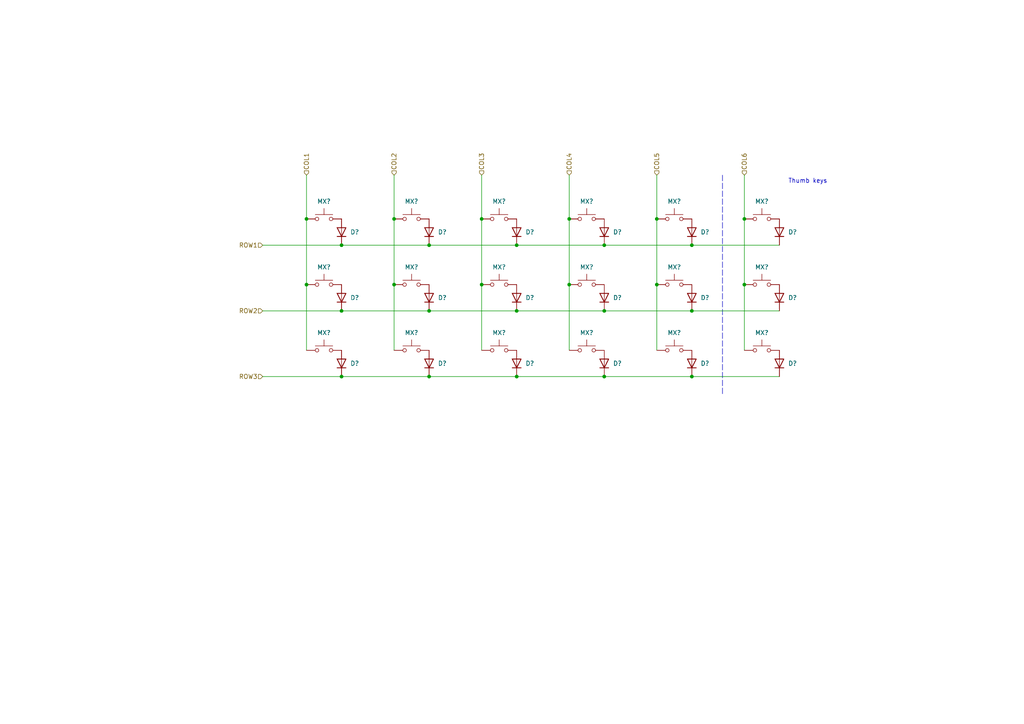
<source format=kicad_sch>
(kicad_sch (version 20211123) (generator eeschema)
  (paper "A4")
  (title_block (title "Keyboard matrix") (date "2022-10-28"))
  (lib_symbols
    (symbol "Simulation_SPICE:DIODE" (pin_numbers hide) (pin_names (offset 1.016) hide)
      (property "Reference" "D" (at 0 2.54 0))
      (property "Value" "DIODE" (at 0 -2.54 0))
      (symbol "DIODE_0_1"
        (polyline (pts (xy 1.27 0) (xy -1.27 0)))
        (polyline (pts (xy 1.27 1.27) (xy 1.27 -1.27)) (stroke (width 0.254)))
        (polyline (pts (xy -1.27 -1.27) (xy -1.27 1.27) (xy 1.27 0) (xy -1.27 -1.27)) (stroke (width 0.254)))
      )
      (symbol "DIODE_1_1"
        (pin passive line (at -3.81 0 0) (length 2.54) (name "A") (number "1"))
        (pin passive line (at 3.81 0 180) (length 2.54) (name "K") (number "2"))
      )
    )
    (symbol "Switch:SW_Push" (pin_numbers hide) (pin_names (offset 1.016) hide)
      (property "Reference" "SW" (at 1.27 2.54 0))
      (property "Value" "SW_Push" (at 0 -1.524 0))
      (symbol "SW_Push_0_1"
        (circle (center -2.032 0) (radius 0.508))
        (polyline (pts (xy 0 1.27) (xy 0 3.048)))
        (polyline (pts (xy 2.54 1.27) (xy -2.54 1.27)))
        (circle (center 2.032 0) (radius 0.508))
        (pin passive line (at -5.08 0 0) (length 2.54) (name "1") (number "1"))
        (pin passive line (at 5.08 0 180) (length 2.54) (name "2") (number "2"))
      )
    )
  )
  (junction (at 215.9 82.55))
  (junction (at 149.86 90.17))
  (junction (at 139.7 63.5))
  (junction (at 200.66 109.22))
  (junction (at 175.26 71.12))
  (junction (at 149.86 109.22))
  (junction (at 114.3 63.5))
  (junction (at 124.46 109.22))
  (junction (at 149.86 71.12))
  (junction (at 200.66 90.17))
  (junction (at 165.1 63.5))
  (junction (at 88.9 82.55))
  (junction (at 165.1 82.55))
  (junction (at 114.3 82.55))
  (junction (at 190.5 63.5))
  (junction (at 99.06 90.17))
  (junction (at 139.7 82.55))
  (junction (at 175.26 90.17))
  (junction (at 99.06 109.22))
  (junction (at 190.5 82.55))
  (junction (at 175.26 109.22))
  (junction (at 88.9 63.5))
  (junction (at 200.66 71.12))
  (junction (at 124.46 71.12))
  (junction (at 124.46 90.17))
  (junction (at 215.9 63.5))
  (junction (at 99.06 71.12))
  (wire (pts (xy 124.46 71.12) (xy 149.86 71.12)))
  (wire (pts (xy 165.1 50.8) (xy 165.1 63.5)))
  (wire (pts (xy 175.26 90.17) (xy 200.66 90.17)))
  (wire (pts (xy 88.9 63.5) (xy 88.9 82.55)))
  (wire (pts (xy 124.46 109.22) (xy 149.86 109.22)))
  (wire (pts (xy 200.66 71.12) (xy 226.06 71.12)))
  (wire (pts (xy 200.66 90.17) (xy 226.06 90.17)))
  (wire (pts (xy 76.2 71.12) (xy 99.06 71.12)))
  (wire (pts (xy 139.7 50.8) (xy 139.7 63.5)))
  (wire (pts (xy 114.3 82.55) (xy 114.3 101.6)))
  (wire (pts (xy 165.1 63.5) (xy 165.1 82.55)))
  (wire (pts (xy 76.2 109.22) (xy 99.06 109.22)))
  (wire (pts (xy 139.7 82.55) (xy 139.7 101.6)))
  (wire (pts (xy 215.9 50.8) (xy 215.9 63.5)))
  (wire (pts (xy 114.3 63.5) (xy 114.3 82.55)))
  (wire (pts (xy 149.86 90.17) (xy 175.26 90.17)))
  (wire (pts (xy 175.26 71.12) (xy 200.66 71.12)))
  (wire (pts (xy 149.86 109.22) (xy 175.26 109.22)))
  (wire (pts (xy 165.1 82.55) (xy 165.1 101.6)))
  (polyline (pts (xy 209.55 50.8) (xy 209.55 114.3)))
  (wire (pts (xy 124.46 90.17) (xy 149.86 90.17)))
  (wire (pts (xy 190.5 50.8) (xy 190.5 63.5)))
  (wire (pts (xy 215.9 63.5) (xy 215.9 82.55)))
  (wire (pts (xy 99.06 90.17) (xy 124.46 90.17)))
  (wire (pts (xy 190.5 63.5) (xy 190.5 82.55)))
  (wire (pts (xy 114.3 50.8) (xy 114.3 63.5)))
  (wire (pts (xy 99.06 71.12) (xy 124.46 71.12)))
  (wire (pts (xy 99.06 109.22) (xy 124.46 109.22)))
  (wire (pts (xy 190.5 82.55) (xy 190.5 101.6)))
  (wire (pts (xy 88.9 50.8) (xy 88.9 63.5)))
  (wire (pts (xy 139.7 63.5) (xy 139.7 82.55)))
  (wire (pts (xy 149.86 71.12) (xy 175.26 71.12)))
  (wire (pts (xy 88.9 82.55) (xy 88.9 101.6)))
  (wire (pts (xy 200.66 109.22) (xy 226.06 109.22)))
  (wire (pts (xy 175.26 109.22) (xy 200.66 109.22)))
  (wire (pts (xy 76.2 90.17) (xy 99.06 90.17)))
  (wire (pts (xy 215.9 82.55) (xy 215.9 101.6)))
  (text "Thumb keys\n" (at 228.6 53.34 0) (effects (font (size 1.27 1.27)) (justify left bottom)))
  (hierarchical_label "COL2" (shape input) (at 114.3 50.8 90))
  (hierarchical_label "ROW2" (shape input) (at 76.2 90.17 180))
  (hierarchical_label "ROW3" (shape input) (at 76.2 109.22 180))
  (hierarchical_label "ROW1" (shape input) (at 76.2 71.12 180))
  (hierarchical_label "COL3" (shape input) (at 139.7 50.8 90))
  (hierarchical_label "COL5" (shape input) (at 190.5 50.8 90))
  (hierarchical_label "COL6" (shape input) (at 215.9 50.8 90))
  (hierarchical_label "COL4" (shape input) (at 165.1 50.8 90))
  (hierarchical_label "COL1" (shape input) (at 88.9 50.8 90))
  (symbol (lib_id "Simulation_SPICE:DIODE") (at 200.66 105.41 270) (unit 1)
    (property "Reference" "D?" (at 203.2 105.4099 90) (effects (justify left)))
    (property "Value" "DIODE" (effects hide))
    (property "Spice_Netlist_Enabled" "Y" (effects hide))
    (property "Spice_Primitive" "D" (effects hide))
  )
  (symbol (lib_id "Simulation_SPICE:DIODE") (at 124.46 86.36 270) (unit 1)
    (property "Reference" "D?" (at 127 86.3599 90) (effects (justify left)))
    (property "Value" "DIODE" (effects hide))
    (property "Spice_Netlist_Enabled" "Y" (effects hide))
    (property "Spice_Primitive" "D" (effects hide))
  )
  (symbol (lib_id "Switch:SW_Push") (at 220.98 63.5 0) (unit 1)
    (property "Reference" "MX?" (at 220.98 58.42 0))
    (property "Value" "SW_Push" (effects hide))
  )
  (symbol (lib_id "Simulation_SPICE:DIODE") (at 149.86 86.36 270) (unit 1)
    (property "Reference" "D?" (at 152.4 86.3599 90) (effects (justify left)))
    (property "Value" "DIODE" (effects hide))
    (property "Spice_Netlist_Enabled" "Y" (effects hide))
    (property "Spice_Primitive" "D" (effects hide))
  )
  (symbol (lib_id "Switch:SW_Push") (at 93.98 63.5 0) (unit 1)
    (property "Reference" "MX?" (at 93.98 58.42 0))
    (property "Value" "SW_Push" (effects hide))
  )
  (symbol (lib_id "Switch:SW_Push") (at 119.38 101.6 0) (unit 1)
    (property "Reference" "MX?" (at 119.38 96.52 0))
    (property "Value" "SW_Push" (effects hide))
  )
  (symbol (lib_id "Simulation_SPICE:DIODE") (at 149.86 105.41 270) (unit 1)
    (property "Reference" "D?" (at 152.4 105.4099 90) (effects (justify left)))
    (property "Value" "DIODE" (effects hide))
    (property "Spice_Netlist_Enabled" "Y" (effects hide))
    (property "Spice_Primitive" "D" (effects hide))
  )
  (symbol (lib_id "Simulation_SPICE:DIODE") (at 226.06 105.41 270) (unit 1)
    (property "Reference" "D?" (at 228.6 105.4099 90) (effects (justify left)))
    (property "Value" "DIODE" (effects hide))
    (property "Spice_Netlist_Enabled" "Y" (effects hide))
    (property "Spice_Primitive" "D" (effects hide))
  )
  (symbol (lib_id "Simulation_SPICE:DIODE") (at 124.46 105.41 270) (unit 1)
    (property "Reference" "D?" (at 127 105.4099 90) (effects (justify left)))
    (property "Value" "DIODE" (effects hide))
    (property "Spice_Netlist_Enabled" "Y" (effects hide))
    (property "Spice_Primitive" "D" (effects hide))
  )
  (symbol (lib_id "Switch:SW_Push") (at 119.38 82.55 0) (unit 1)
    (property "Reference" "MX?" (at 119.38 77.47 0))
    (property "Value" "SW_Push" (effects hide))
  )
  (symbol (lib_id "Switch:SW_Push") (at 195.58 82.55 0) (unit 1)
    (property "Reference" "MX?" (at 195.58 77.47 0))
    (property "Value" "SW_Push" (effects hide))
  )
  (symbol (lib_id "Switch:SW_Push") (at 220.98 101.6 0) (unit 1)
    (property "Reference" "MX?" (at 220.98 96.52 0))
    (property "Value" "SW_Push" (effects hide))
  )
  (symbol (lib_id "Simulation_SPICE:DIODE") (at 175.26 67.31 270) (unit 1)
    (property "Reference" "D?" (at 177.8 67.3099 90) (effects (justify left)))
    (property "Value" "DIODE" (effects hide))
    (property "Spice_Netlist_Enabled" "Y" (effects hide))
    (property "Spice_Primitive" "D" (effects hide))
  )
  (symbol (lib_id "Simulation_SPICE:DIODE") (at 124.46 67.31 270) (unit 1)
    (property "Reference" "D?" (at 127 67.3099 90) (effects (justify left)))
    (property "Value" "DIODE" (effects hide))
    (property "Spice_Netlist_Enabled" "Y" (effects hide))
    (property "Spice_Primitive" "D" (effects hide))
  )
  (symbol (lib_id "Simulation_SPICE:DIODE") (at 99.06 105.41 270) (unit 1)
    (property "Reference" "D?" (at 101.6 105.4099 90) (effects (justify left)))
    (property "Value" "DIODE" (effects hide))
    (property "Spice_Netlist_Enabled" "Y" (effects hide))
    (property "Spice_Primitive" "D" (effects hide))
  )
  (symbol (lib_id "Switch:SW_Push") (at 144.78 82.55 0) (unit 1)
    (property "Reference" "MX?" (at 144.78 77.47 0))
    (property "Value" "SW_Push" (effects hide))
  )
  (symbol (lib_id "Switch:SW_Push") (at 93.98 101.6 0) (unit 1)
    (property "Reference" "MX?" (at 93.98 96.52 0))
    (property "Value" "SW_Push" (effects hide))
  )
  (symbol (lib_id "Switch:SW_Push") (at 220.98 82.55 0) (unit 1)
    (property "Reference" "MX?" (at 220.98 77.47 0))
    (property "Value" "SW_Push" (effects hide))
  )
  (symbol (lib_id "Switch:SW_Push") (at 170.18 63.5 0) (unit 1)
    (property "Reference" "MX?" (at 170.18 58.42 0))
    (property "Value" "SW_Push" (effects hide))
  )
  (symbol (lib_id "Switch:SW_Push") (at 195.58 101.6 0) (unit 1)
    (property "Reference" "MX?" (at 195.58 96.52 0))
    (property "Value" "SW_Push" (effects hide))
  )
  (symbol (lib_id "Simulation_SPICE:DIODE") (at 99.06 67.31 270) (unit 1)
    (property "Reference" "D?" (at 101.6 67.3099 90) (effects (justify left)))
    (property "Value" "DIODE" (effects hide))
    (property "Spice_Netlist_Enabled" "Y" (effects hide))
    (property "Spice_Primitive" "D" (effects hide))
  )
  (symbol (lib_id "Switch:SW_Push") (at 144.78 101.6 0) (unit 1)
    (property "Reference" "MX?" (at 144.78 96.52 0))
    (property "Value" "SW_Push" (effects hide))
  )
  (symbol (lib_id "Switch:SW_Push") (at 119.38 63.5 0) (unit 1)
    (property "Reference" "MX?" (at 119.38 58.42 0))
    (property "Value" "SW_Push" (effects hide))
  )
  (symbol (lib_id "Simulation_SPICE:DIODE") (at 226.06 67.31 270) (unit 1)
    (property "Reference" "D?" (at 228.6 67.3099 90) (effects (justify left)))
    (property "Value" "DIODE" (effects hide))
    (property "Spice_Netlist_Enabled" "Y" (effects hide))
    (property "Spice_Primitive" "D" (effects hide))
  )
  (symbol (lib_id "Simulation_SPICE:DIODE") (at 200.66 86.36 270) (unit 1)
    (property "Reference" "D?" (at 203.2 86.3599 90) (effects (justify left)))
    (property "Value" "DIODE" (effects hide))
    (property "Spice_Netlist_Enabled" "Y" (effects hide))
    (property "Spice_Primitive" "D" (effects hide))
  )
  (symbol (lib_id "Switch:SW_Push") (at 170.18 101.6 0) (unit 1)
    (property "Reference" "MX?" (at 170.18 96.52 0))
    (property "Value" "SW_Push" (effects hide))
  )
  (symbol (lib_id "Simulation_SPICE:DIODE") (at 175.26 86.36 270) (unit 1)
    (property "Reference" "D?" (at 177.8 86.3599 90) (effects (justify left)))
    (property "Value" "DIODE" (effects hide))
    (property "Spice_Netlist_Enabled" "Y" (effects hide))
    (property "Spice_Primitive" "D" (effects hide))
  )
  (symbol (lib_id "Simulation_SPICE:DIODE") (at 200.66 67.31 270) (unit 1)
    (property "Reference" "D?" (at 203.2 67.3099 90) (effects (justify left)))
    (property "Value" "DIODE" (effects hide))
    (property "Spice_Netlist_Enabled" "Y" (effects hide))
    (property "Spice_Primitive" "D" (effects hide))
  )
  (symbol (lib_id "Switch:SW_Push") (at 93.98 82.55 0) (unit 1)
    (property "Reference" "MX?" (at 93.98 77.47 0))
    (property "Value" "SW_Push" (effects hide))
  )
  (symbol (lib_id "Switch:SW_Push") (at 195.58 63.5 0) (unit 1)
    (property "Reference" "MX?" (at 195.58 58.42 0))
    (property "Value" "SW_Push" (effects hide))
  )
  (symbol (lib_id "Switch:SW_Push") (at 170.18 82.55 0) (unit 1)
    (property "Reference" "MX?" (at 170.18 77.47 0))
    (property "Value" "SW_Push" (effects hide))
  )
  (symbol (lib_id "Simulation_SPICE:DIODE") (at 149.86 67.31 270) (unit 1)
    (property "Reference" "D?" (at 152.4 67.3099 90) (effects (justify left)))
    (property "Value" "DIODE" (effects hide))
    (property "Spice_Netlist_Enabled" "Y" (effects hide))
    (property "Spice_Primitive" "D" (effects hide))
  )
  (symbol (lib_id "Simulation_SPICE:DIODE") (at 175.26 105.41 270) (unit 1)
    (property "Reference" "D?" (at 177.8 105.4099 90) (effects (justify left)))
    (property "Value" "DIODE" (effects hide))
    (property "Spice_Netlist_Enabled" "Y" (effects hide))
    (property "Spice_Primitive" "D" (effects hide))
  )
  (symbol (lib_id "Simulation_SPICE:DIODE") (at 226.06 86.36 270) (unit 1)
    (property "Reference" "D?" (at 228.6 86.3599 90) (effects (justify left)))
    (property "Value" "DIODE" (effects hide))
    (property "Spice_Netlist_Enabled" "Y" (effects hide))
    (property "Spice_Primitive" "D" (effects hide))
  )
  (symbol (lib_id "Switch:SW_Push") (at 144.78 63.5 0) (unit 1)
    (property "Reference" "MX?" (at 144.78 58.42 0))
    (property "Value" "SW_Push" (effects hide))
  )
  (symbol (lib_id "Simulation_SPICE:DIODE") (at 99.06 86.36 270) (unit 1)
    (property "Reference" "D?" (at 101.6 86.3599 90) (effects (justify left)))
    (property "Value" "DIODE" (effects hide))
    (property "Spice_Netlist_Enabled" "Y" (effects hide))
    (property "Spice_Primitive" "D" (effects hide))
  )
)
</source>
